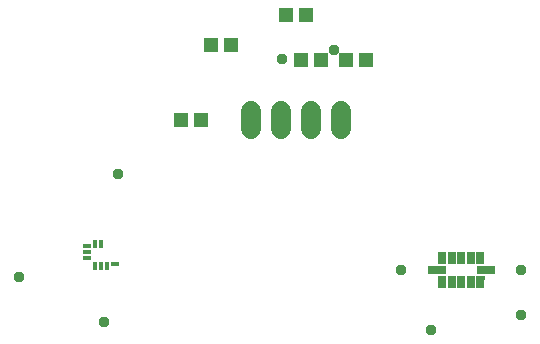
<source format=gbr>
G04 EAGLE Gerber RS-274X export*
G75*
%MOMM*%
%FSLAX34Y34*%
%LPD*%
%INSoldermask Top*%
%IPPOS*%
%AMOC8*
5,1,8,0,0,1.08239X$1,22.5*%
G01*
%ADD10R,1.303200X1.203200*%
%ADD11C,1.727200*%
%ADD12R,0.653200X0.453200*%
%ADD13R,0.453200X0.653200*%
%ADD14R,0.703200X1.103200*%
%ADD15R,1.603200X0.703200*%
%ADD16R,0.750000X0.450000*%
%ADD17C,0.959600*%


D10*
X524900Y508000D03*
X541900Y508000D03*
X461400Y482600D03*
X478400Y482600D03*
X436000Y419100D03*
X453000Y419100D03*
X575700Y469900D03*
X592700Y469900D03*
X537600Y469900D03*
X554600Y469900D03*
D11*
X495300Y426720D02*
X495300Y411480D01*
X520700Y411480D02*
X520700Y426720D01*
X546100Y426720D02*
X546100Y411480D01*
X571500Y411480D02*
X571500Y426720D01*
D12*
X356550Y312300D03*
X356550Y307300D03*
X356550Y302300D03*
D13*
X363300Y295550D03*
X368300Y295550D03*
X373300Y295550D03*
D12*
X380050Y297300D03*
D13*
X368300Y314050D03*
X363300Y314050D03*
D14*
X689100Y282100D03*
X681100Y282100D03*
X673100Y282100D03*
X665100Y282100D03*
X657100Y282100D03*
D15*
X652600Y292100D03*
D14*
X657100Y302100D03*
X665100Y302100D03*
X673100Y302100D03*
X681100Y302100D03*
X689100Y302100D03*
D15*
X693600Y292100D03*
D16*
X689350Y285350D03*
D17*
X521208Y470916D03*
X382524Y373380D03*
X565404Y478536D03*
X370332Y248412D03*
X298196Y286004D03*
X621792Y292608D03*
X647700Y241300D03*
X723900Y292100D03*
X723900Y254000D03*
M02*

</source>
